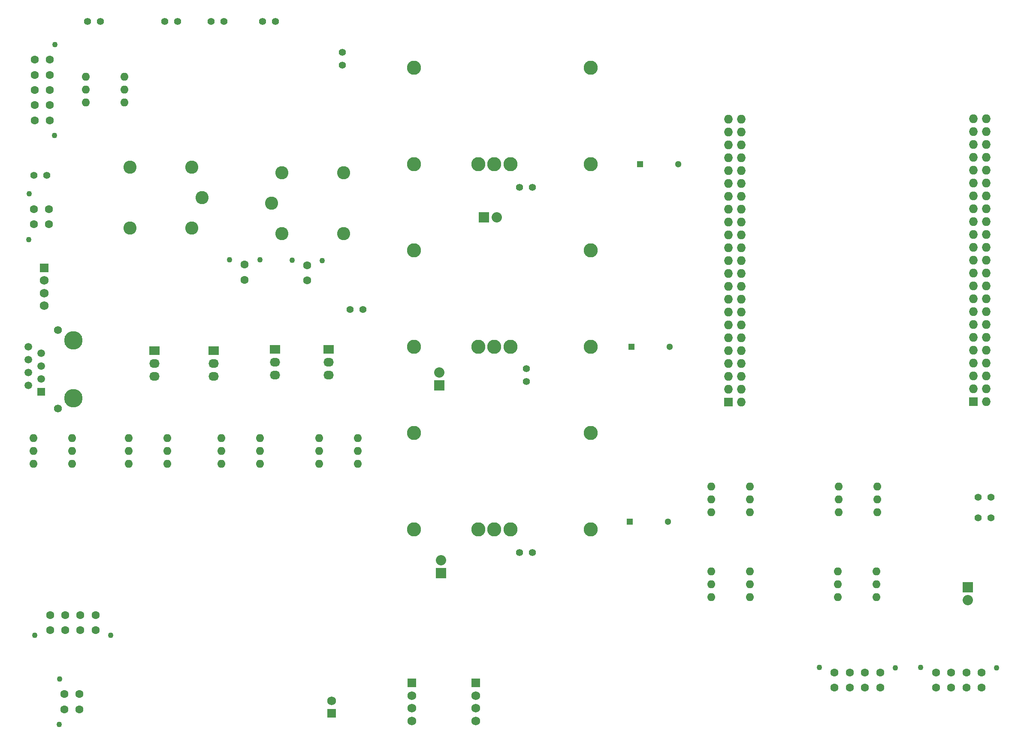
<source format=gbs>
G04 #@! TF.FileFunction,Soldermask,Bot*
%FSLAX46Y46*%
G04 Gerber Fmt 4.6, Leading zero omitted, Abs format (unit mm)*
G04 Created by KiCad (PCBNEW 4.0.5+dfsg1-4) date Wed Feb  8 17:15:58 2017*
%MOMM*%
%LPD*%
G01*
G04 APERTURE LIST*
%ADD10C,0.100000*%
%ADD11R,1.300000X1.300000*%
%ADD12C,1.300000*%
%ADD13C,2.600000*%
%ADD14O,1.600000X1.600000*%
%ADD15R,2.032000X2.032000*%
%ADD16O,2.032000X2.032000*%
%ADD17C,1.400000*%
%ADD18R,1.727200X1.727200*%
%ADD19O,1.727200X1.727200*%
%ADD20R,2.032000X1.727200*%
%ADD21O,2.032000X1.727200*%
%ADD22C,1.100000*%
%ADD23C,1.600000*%
%ADD24C,2.794000*%
%ADD25C,1.574800*%
%ADD26C,3.649980*%
%ADD27R,1.501140X1.501140*%
%ADD28C,1.501140*%
%ADD29R,1.750000X1.750000*%
%ADD30C,1.750000*%
G04 APERTURE END LIST*
D10*
D11*
X220162000Y-116572000D03*
D12*
X227662000Y-116572000D03*
D13*
X135417500Y-87122000D03*
X133417500Y-93122000D03*
X121217500Y-93122000D03*
X121217500Y-81122000D03*
X133417500Y-81122000D03*
D14*
X112458500Y-63246000D03*
X112458500Y-65786000D03*
X112458500Y-68326000D03*
X120078500Y-68326000D03*
X120078500Y-65786000D03*
X120078500Y-63246000D03*
X235894000Y-144208000D03*
X235894000Y-146748000D03*
X235894000Y-149288000D03*
X243514000Y-149288000D03*
X243514000Y-146748000D03*
X243514000Y-144208000D03*
D15*
X286512000Y-164084000D03*
D16*
X286512000Y-166624000D03*
D14*
X235894000Y-160958000D03*
X235894000Y-163498000D03*
X235894000Y-166038000D03*
X243514000Y-166038000D03*
X243514000Y-163498000D03*
X243514000Y-160958000D03*
X261024000Y-144208000D03*
X261024000Y-146748000D03*
X261024000Y-149288000D03*
X268644000Y-149288000D03*
X268644000Y-146748000D03*
X268644000Y-144208000D03*
X260894000Y-160958000D03*
X260894000Y-163498000D03*
X260894000Y-166038000D03*
X268514000Y-166038000D03*
X268514000Y-163498000D03*
X268514000Y-160958000D03*
D17*
X198064000Y-85076000D03*
X200604000Y-85076000D03*
X199400000Y-123440000D03*
X199400000Y-120900000D03*
X198064000Y-157212000D03*
X200604000Y-157212000D03*
X288544000Y-146304000D03*
X291084000Y-146304000D03*
X288544000Y-150368000D03*
X291084000Y-150368000D03*
X102210000Y-82750000D03*
X104750000Y-82750000D03*
X115316000Y-52324000D03*
X112776000Y-52324000D03*
X128016000Y-52324000D03*
X130556000Y-52324000D03*
X147320000Y-52324000D03*
X149860000Y-52324000D03*
X163068000Y-60960000D03*
X163068000Y-58420000D03*
X137160000Y-52324000D03*
X139700000Y-52324000D03*
X167132000Y-109220000D03*
X164592000Y-109220000D03*
D18*
X287596986Y-127474721D03*
D19*
X290136986Y-127474721D03*
X287596986Y-124934721D03*
X290136986Y-124934721D03*
X287596986Y-122394721D03*
X290136986Y-122394721D03*
X287596986Y-119854721D03*
X290136986Y-119854721D03*
X287596986Y-117314721D03*
X290136986Y-117314721D03*
X287596986Y-114774721D03*
X290136986Y-114774721D03*
X287596986Y-112234721D03*
X290136986Y-112234721D03*
X287596986Y-109694721D03*
X290136986Y-109694721D03*
X287596986Y-107154721D03*
X290136986Y-107154721D03*
X287596986Y-104614721D03*
X290136986Y-104614721D03*
X287596986Y-102074721D03*
X290136986Y-102074721D03*
X287596986Y-99534721D03*
X290136986Y-99534721D03*
X287596986Y-96994721D03*
X290136986Y-96994721D03*
X287596986Y-94454721D03*
X290136986Y-94454721D03*
X287596986Y-91914721D03*
X290136986Y-91914721D03*
X287596986Y-89374721D03*
X290136986Y-89374721D03*
X287596986Y-86834721D03*
X290136986Y-86834721D03*
X287596986Y-84294721D03*
X290136986Y-84294721D03*
X287596986Y-81754721D03*
X290136986Y-81754721D03*
X287596986Y-79214721D03*
X290136986Y-79214721D03*
X287596986Y-76674721D03*
X290136986Y-76674721D03*
X287596986Y-74134721D03*
X290136986Y-74134721D03*
X287596986Y-71594721D03*
X290136986Y-71594721D03*
D18*
X239306986Y-127514722D03*
D19*
X241846986Y-127514722D03*
X239306986Y-124974722D03*
X241846986Y-124974722D03*
X239306986Y-122434722D03*
X241846986Y-122434722D03*
X239306986Y-119894722D03*
X241846986Y-119894722D03*
X239306986Y-117354722D03*
X241846986Y-117354722D03*
X239306986Y-114814722D03*
X241846986Y-114814722D03*
X239306986Y-112274722D03*
X241846986Y-112274722D03*
X239306986Y-109734722D03*
X241846986Y-109734722D03*
X239306986Y-107194722D03*
X241846986Y-107194722D03*
X239306986Y-104654722D03*
X241846986Y-104654722D03*
X239306986Y-102114722D03*
X241846986Y-102114722D03*
X239306986Y-99574722D03*
X241846986Y-99574722D03*
X239306986Y-97034722D03*
X241846986Y-97034722D03*
X239306986Y-94494722D03*
X241846986Y-94494722D03*
X239306986Y-91954722D03*
X241846986Y-91954722D03*
X239306986Y-89414722D03*
X241846986Y-89414722D03*
X239306986Y-86874722D03*
X241846986Y-86874722D03*
X239306986Y-84334722D03*
X241846986Y-84334722D03*
X239306986Y-81794722D03*
X241846986Y-81794722D03*
X239306986Y-79254722D03*
X241846986Y-79254722D03*
X239306986Y-76714722D03*
X241846986Y-76714722D03*
X239306986Y-74174722D03*
X241846986Y-74174722D03*
X239306986Y-71634722D03*
X241846986Y-71634722D03*
D14*
X109728000Y-139700000D03*
X109728000Y-137160000D03*
X109728000Y-134620000D03*
X102108000Y-134620000D03*
X102108000Y-137160000D03*
X102108000Y-139700000D03*
X128524000Y-139700000D03*
X128524000Y-137160000D03*
X128524000Y-134620000D03*
X120904000Y-134620000D03*
X120904000Y-137160000D03*
X120904000Y-139700000D03*
X146812000Y-139700000D03*
X146812000Y-137160000D03*
X146812000Y-134620000D03*
X139192000Y-134620000D03*
X139192000Y-137160000D03*
X139192000Y-139700000D03*
X166116000Y-139700000D03*
X166116000Y-137160000D03*
X166116000Y-134620000D03*
X158496000Y-134620000D03*
X158496000Y-137160000D03*
X158496000Y-139700000D03*
D20*
X125984000Y-117348000D03*
D21*
X125984000Y-119888000D03*
X125984000Y-122428000D03*
D20*
X137668000Y-117320000D03*
D21*
X137668000Y-119860000D03*
X137668000Y-122400000D03*
D20*
X149800000Y-117120000D03*
D21*
X149800000Y-119660000D03*
X149800000Y-122200000D03*
D20*
X160400000Y-117120000D03*
D21*
X160400000Y-119660000D03*
X160400000Y-122200000D03*
D22*
X106362000Y-56882000D03*
D23*
X102362000Y-71882000D03*
X102362000Y-68882000D03*
X102362000Y-65882000D03*
X102362000Y-62882000D03*
X102362000Y-59882000D03*
X105362000Y-71882000D03*
X105362000Y-68882000D03*
X105362000Y-65882000D03*
X105362000Y-62882000D03*
X105362000Y-59882000D03*
D22*
X106302000Y-74882000D03*
D24*
X193085600Y-80504000D03*
X189910600Y-80516700D03*
X196260600Y-80504000D03*
X177210600Y-80504000D03*
X212148300Y-80504000D03*
X177210600Y-61454000D03*
X212135600Y-61454000D03*
X193085600Y-116572000D03*
X189910600Y-116584700D03*
X196260600Y-116572000D03*
X177210600Y-116572000D03*
X212148300Y-116572000D03*
X177210600Y-97522000D03*
X212135600Y-97522000D03*
X193085600Y-152640000D03*
X189910600Y-152652700D03*
X196260600Y-152640000D03*
X177210600Y-152640000D03*
X212148300Y-152640000D03*
X177210600Y-133590000D03*
X212135600Y-133590000D03*
D11*
X221862000Y-80504000D03*
D12*
X229362000Y-80504000D03*
D11*
X219830000Y-151130000D03*
D12*
X227330000Y-151130000D03*
D25*
X106934000Y-128816100D03*
D26*
X109982000Y-115354100D03*
X109982000Y-126784100D03*
D27*
X103632000Y-125514100D03*
D28*
X101092000Y-124244100D03*
X103632000Y-122974100D03*
X101092000Y-121704100D03*
X103632000Y-120434100D03*
X101092000Y-119164100D03*
X103632000Y-117894100D03*
X101092000Y-116624100D03*
D25*
X106934000Y-113322100D03*
D22*
X107200000Y-191200000D03*
D23*
X111200000Y-185200000D03*
X111200000Y-188200000D03*
X108200000Y-185200000D03*
X108200000Y-188200000D03*
D22*
X107260000Y-182200000D03*
D29*
X161000000Y-189000000D03*
D30*
X161000000Y-186500000D03*
D15*
X191000000Y-91000000D03*
D16*
X193540000Y-91000000D03*
D15*
X182200000Y-124200000D03*
D16*
X182200000Y-121660000D03*
D15*
X182600000Y-161340000D03*
D16*
X182600000Y-158800000D03*
D29*
X189400000Y-183000000D03*
D30*
X189400000Y-185500000D03*
X189400000Y-188000000D03*
X189400000Y-190500000D03*
D29*
X176800000Y-183000000D03*
D30*
X176800000Y-185500000D03*
X176800000Y-188000000D03*
X176800000Y-190500000D03*
D22*
X101219500Y-95408000D03*
D23*
X105219500Y-89408000D03*
X105219500Y-92408000D03*
X102219500Y-89408000D03*
X102219500Y-92408000D03*
D22*
X101279500Y-86408000D03*
X140827500Y-99378000D03*
D23*
X143827500Y-103378000D03*
X143827500Y-100378000D03*
D22*
X146827500Y-99438000D03*
X153146500Y-99505000D03*
D23*
X156146500Y-103505000D03*
X156146500Y-100505000D03*
D22*
X159146500Y-99565000D03*
D29*
X104250000Y-101000000D03*
D30*
X104250000Y-103500000D03*
X104250000Y-106000000D03*
X104250000Y-108500000D03*
D22*
X257244000Y-179928000D03*
D23*
X269244000Y-183928000D03*
X266244000Y-183928000D03*
X263244000Y-183928000D03*
X260244000Y-183928000D03*
X269244000Y-180928000D03*
X266244000Y-180928000D03*
X263244000Y-180928000D03*
X260244000Y-180928000D03*
D22*
X272244000Y-179988000D03*
X277244000Y-179928000D03*
D23*
X289244000Y-183928000D03*
X286244000Y-183928000D03*
X283244000Y-183928000D03*
X280244000Y-183928000D03*
X289244000Y-180928000D03*
X286244000Y-180928000D03*
X283244000Y-180928000D03*
X280244000Y-180928000D03*
D22*
X292244000Y-179988000D03*
X117400000Y-173600000D03*
D23*
X105400000Y-169600000D03*
X108400000Y-169600000D03*
X111400000Y-169600000D03*
X114400000Y-169600000D03*
X105400000Y-172600000D03*
X108400000Y-172600000D03*
X111400000Y-172600000D03*
X114400000Y-172600000D03*
D22*
X102400000Y-173540000D03*
D13*
X149150000Y-88250000D03*
X151150000Y-82250000D03*
X163350000Y-82250000D03*
X163350000Y-94250000D03*
X151150000Y-94250000D03*
M02*

</source>
